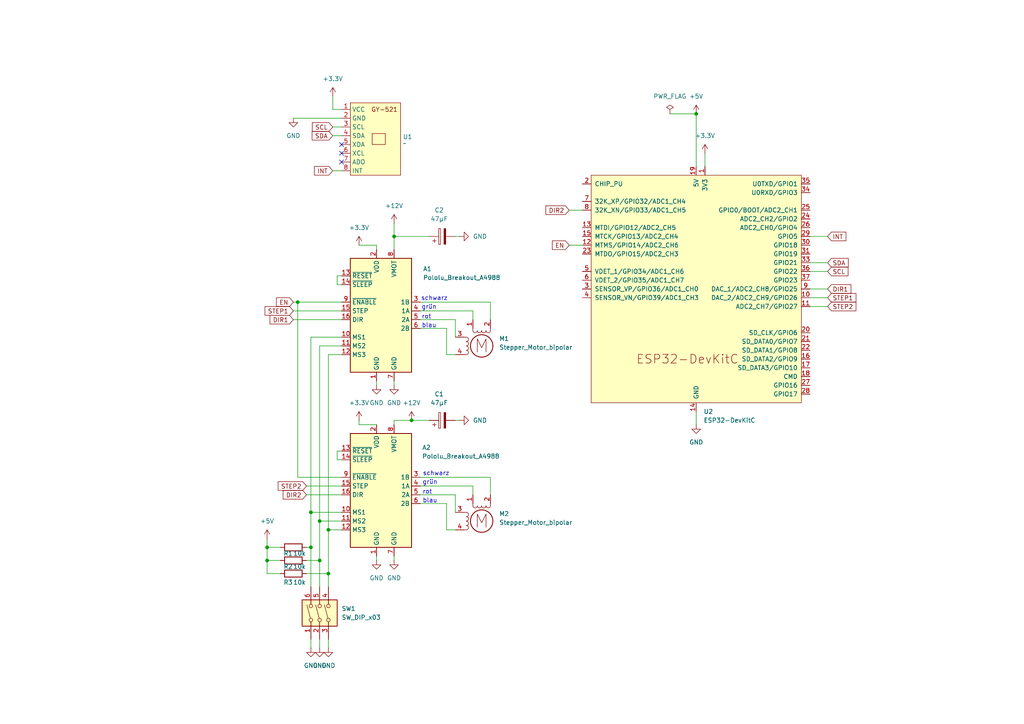
<source format=kicad_sch>
(kicad_sch (version 20250114) (generator "eeschema") (generator_version "9.0")
  (paper "A4")
  (lib_symbols
    (symbol "Device:C_Polarized" (pin_numbers (hide yes)) (pin_names (offset 0.254))
      (property "Reference" "C" (at 0.635 2.54 0))
      (property "Value" "C_Polarized" (at 0.635 -2.54 0))
      (symbol "C_Polarized_0_1"
        (rectangle (start -2.286 0.508) (end 2.286 1.016))
        (polyline (pts (xy -1.778 2.286) (xy -0.762 2.286)))
        (polyline (pts (xy -1.27 2.794) (xy -1.27 1.778)))
        (rectangle (start 2.286 -0.508) (end -2.286 -1.016) (fill (type outline)))
      )
      (symbol "C_Polarized_1_1"
        (pin passive line (at 0 3.81 270) (length 2.794) (name "~") (number "1"))
        (pin passive line (at 0 -3.81 90) (length 2.794) (name "~") (number "2"))
      )
    )
    (symbol "Device:R" (pin_numbers (hide yes)) (pin_names (offset 0))
      (property "Reference" "R" (at 2.032 0 90))
      (property "Value" "R" (at 0 0 90))
      (symbol "R_0_1"
        (rectangle (start -1.016 -2.54) (end 1.016 2.54) (stroke (width 0.254)))
      )
      (symbol "R_1_1"
        (pin passive line (at 0 3.81 270) (length 1.27) (name "~") (number "1"))
        (pin passive line (at 0 -3.81 90) (length 1.27) (name "~") (number "2"))
      )
    )
    (symbol "Driver_Motor:Pololu_Breakout_A4988"
      (property "Reference" "A" (at -2.54 19.05 0))
      (property "Value" "Pololu_Breakout_A4988" (at -2.54 16.51 0))
      (symbol "Pololu_Breakout_A4988_0_1"
        (rectangle (start 10.16 -17.78) (end -7.62 15.24) (stroke (width 0.254)) (fill (type background)))
      )
      (symbol "Pololu_Breakout_A4988_1_1"
        (pin input line (at -10.16 10.16 0) (length 2.54) (name "~{RESET}") (number "13"))
        (pin input line (at -10.16 7.62 0) (length 2.54) (name "~{SLEEP}") (number "14"))
        (pin input line (at -10.16 2.54 0) (length 2.54) (name "~{ENABLE}") (number "9"))
        (pin input line (at -10.16 0 0) (length 2.54) (name "STEP") (number "15"))
        (pin input line (at -10.16 -2.54 0) (length 2.54) (name "DIR") (number "16"))
        (pin input line (at -10.16 -7.62 0) (length 2.54) (name "MS1") (number "10"))
        (pin input line (at -10.16 -10.16 0) (length 2.54) (name "MS2") (number "11"))
        (pin input line (at -10.16 -12.7 0) (length 2.54) (name "MS3") (number "12"))
        (pin power_in line (at 0 17.78 270) (length 2.54) (name "VDD") (number "2"))
        (pin power_in line (at 0 -20.32 90) (length 2.54) (name "GND") (number "1"))
        (pin power_in line (at 5.08 17.78 270) (length 2.54) (name "VMOT") (number "8"))
        (pin power_in line (at 5.08 -20.32 90) (length 2.54) (name "GND") (number "7"))
        (pin output line (at 12.7 2.54 180) (length 2.54) (name "1B") (number "3"))
        (pin output line (at 12.7 0 180) (length 2.54) (name "1A") (number "4"))
        (pin output line (at 12.7 -2.54 180) (length 2.54) (name "2A") (number "5"))
        (pin output line (at 12.7 -5.08 180) (length 2.54) (name "2B") (number "6"))
      )
    )
    (symbol "Espressif:ESP32-DevKitC" (pin_names (offset 1.016))
      (property "Reference" "U" (at -30.48 38.1 0))
      (property "Value" "ESP32-DevKitC" (at -30.48 35.56 0))
      (symbol "ESP32-DevKitC_0_0"
        (text "ESP32-DevKitC" (at -2.54 -20.32 0) (effects (font (size 2.54 2.54))))
        (pin power_in line (at 0 35.56 270) (length 2.54) (name "5V") (number "19"))
        (pin power_in line (at 0 -35.56 90) (length 2.54) (name "GND") (number "14"))
      )
      (symbol "ESP32-DevKitC_0_1"
        (rectangle (start -30.48 33.02) (end 30.48 -33.02) (fill (type background)))
      )
      (symbol "ESP32-DevKitC_1_1"
        (pin input line (at -33.02 30.48 0) (length 2.54) (name "CHIP_PU") (number "2"))
        (pin bidirectional line (at -33.02 25.4 0) (length 2.54) (name "32K_XP/GPIO32/ADC1_CH4") (number "7"))
        (pin bidirectional line (at -33.02 22.86 0) (length 2.54) (name "32K_XN/GPIO33/ADC1_CH5") (number "8"))
        (pin bidirectional line (at -33.02 17.78 0) (length 2.54) (name "MTDI/GPIO12/ADC2_CH5") (number "13"))
        (pin bidirectional line (at -33.02 15.24 0) (length 2.54) (name "MTCK/GPIO13/ADC2_CH4") (number "15"))
        (pin bidirectional line (at -33.02 12.7 0) (length 2.54) (name "MTMS/GPIO14/ADC2_CH6") (number "12"))
        (pin bidirectional line (at -33.02 10.16 0) (length 2.54) (name "MTDO/GPIO15/ADC2_CH3") (number "23"))
        (pin input line (at -33.02 5.08 0) (length 2.54) (name "VDET_1/GPIO34/ADC1_CH6") (number "5"))
        (pin input line (at -33.02 2.54 0) (length 2.54) (name "VDET_2/GPIO35/ADC1_CH7") (number "6"))
        (pin input line (at -33.02 0 0) (length 2.54) (name "SENSOR_VP/GPIO36/ADC1_CH0") (number "3"))
        (pin input line (at -33.02 -2.54 0) (length 2.54) (name "SENSOR_VN/GPIO39/ADC1_CH3") (number "4"))
        (pin passive line (at 0 -35.56 90) (length 2.54) (hide yes) (name "GND") (number "32"))
        (pin passive line (at 0 -35.56 90) (length 2.54) (hide yes) (name "GND") (number "38"))
        (pin power_in line (at 2.54 35.56 270) (length 2.54) (name "3V3") (number "1"))
        (pin bidirectional line (at 33.02 30.48 180) (length 2.54) (name "U0TXD/GPIO1") (number "35"))
        (pin bidirectional line (at 33.02 27.94 180) (length 2.54) (name "U0RXD/GPIO3") (number "34"))
        (pin bidirectional line (at 33.02 22.86 180) (length 2.54) (name "GPIO0/BOOT/ADC2_CH1") (number "25"))
        (pin bidirectional line (at 33.02 20.32 180) (length 2.54) (name "ADC2_CH2/GPIO2") (number "24"))
        (pin bidirectional line (at 33.02 17.78 180) (length 2.54) (name "ADC2_CH0/GPIO4") (number "26"))
        (pin bidirectional line (at 33.02 15.24 180) (length 2.54) (name "GPIO5") (number "29"))
        (pin bidirectional line (at 33.02 12.7 180) (length 2.54) (name "GPIO18") (number "30"))
        (pin bidirectional line (at 33.02 10.16 180) (length 2.54) (name "GPIO19") (number "31"))
        (pin bidirectional line (at 33.02 7.62 180) (length 2.54) (name "GPIO21") (number "33"))
        (pin bidirectional line (at 33.02 5.08 180) (length 2.54) (name "GPIO22") (number "36"))
        (pin bidirectional line (at 33.02 2.54 180) (length 2.54) (name "GPIO23") (number "37"))
        (pin bidirectional line (at 33.02 0 180) (length 2.54) (name "DAC_1/ADC2_CH8/GPIO25") (number "9"))
        (pin bidirectional line (at 33.02 -2.54 180) (length 2.54) (name "DAC_2/ADC2_CH9/GPIO26") (number "10"))
        (pin bidirectional line (at 33.02 -5.08 180) (length 2.54) (name "ADC2_CH7/GPIO27") (number "11"))
        (pin bidirectional line (at 33.02 -12.7 180) (length 2.54) (name "SD_CLK/GPIO6") (number "20"))
        (pin bidirectional line (at 33.02 -15.24 180) (length 2.54) (name "SD_DATA0/GPIO7") (number "21"))
        (pin bidirectional line (at 33.02 -17.78 180) (length 2.54) (name "SD_DATA1/GPIO8") (number "22"))
        (pin bidirectional line (at 33.02 -20.32 180) (length 2.54) (name "SD_DATA2/GPIO9") (number "16"))
        (pin bidirectional line (at 33.02 -22.86 180) (length 2.54) (name "SD_DATA3/GPIO10") (number "17"))
        (pin bidirectional line (at 33.02 -25.4 180) (length 2.54) (name "CMD") (number "18"))
        (pin bidirectional line (at 33.02 -27.94 180) (length 2.54) (name "GPIO16") (number "27"))
        (pin bidirectional line (at 33.02 -30.48 180) (length 2.54) (name "GPIO17") (number "28"))
      )
    )
    (symbol "Motor:Stepper_Motor_bipolar" (pin_names (offset 0) (hide yes))
      (property "Reference" "M" (at 3.81 2.54 0))
      (property "Value" "Stepper_Motor_bipolar" (at 3.81 1.27 0))
      (symbol "Stepper_Motor_bipolar_0_0"
        (polyline (pts (xy -1.27 -1.778) (xy -1.27 2.032) (xy 0 -0.508) (xy 1.27 2.032) (xy 1.27 -1.778)))
      )
      (symbol "Stepper_Motor_bipolar_0_1"
        (polyline (pts (xy -5.08 2.54) (xy -4.445 2.54)))
        (polyline (pts (xy -5.08 -2.54) (xy -4.445 -2.54)))
        (arc (start -4.445 2.54) (mid -3.8127 1.905) (end -4.445 1.27))
        (arc (start -4.445 1.27) (mid -3.8127 0.635) (end -4.445 0))
        (arc (start -4.445 0) (mid -3.8127 -0.635) (end -4.445 -1.27))
        (arc (start -4.445 -1.27) (mid -3.8127 -1.905) (end -4.445 -2.54))
        (polyline (pts (xy -2.54 5.08) (xy -2.54 4.445)))
        (arc (start -1.27 4.445) (mid -1.905 3.8127) (end -2.54 4.445))
        (arc (start 0 4.445) (mid -0.635 3.8127) (end -1.27 4.445))
        (circle (center 0 0) (radius 3.2512) (stroke (width 0.254)))
        (arc (start 1.27 4.445) (mid 0.635 3.8127) (end 0 4.445))
        (arc (start 2.54 4.445) (mid 1.905 3.8127) (end 1.27 4.445))
        (polyline (pts (xy 2.54 5.08) (xy 2.54 4.445)))
      )
      (symbol "Stepper_Motor_bipolar_1_1"
        (pin passive line (at -7.62 2.54 0) (length 2.54) (name "~") (number "3"))
        (pin passive line (at -7.62 -2.54 0) (length 2.54) (name "~") (number "4"))
        (pin passive line (at -2.54 7.62 270) (length 2.54) (name "~") (number "1"))
        (pin passive line (at 2.54 7.62 270) (length 2.54) (name "-") (number "2"))
      )
    )
    (symbol "New_Library:GY-521"
      (property "Reference" "U" (at 0 12.954 0))
      (symbol "GY-521_1_1"
        (rectangle (start -7.62 10.795) (end 6.985 -10.16) (fill (type background)))
        (rectangle (start -1.27 1.905) (end 2.54 -1.27))
        (text "GY-521" (at 2.286 8.89 0) (effects (font (size 1.27 1.27))))
        (pin input line (at -10.16 8.89 0) (length 2.54) (name "VCC") (number "1"))
        (pin input line (at -10.16 6.35 0) (length 2.54) (name "GND") (number "2"))
        (pin input line (at -10.16 3.81 0) (length 2.54) (name "SCL") (number "3"))
        (pin input line (at -10.16 1.27 0) (length 2.54) (name "SDA") (number "4"))
        (pin input line (at -10.16 -1.27 0) (length 2.54) (name "XDA") (number "5"))
        (pin input line (at -10.16 -3.81 0) (length 2.54) (name "XCL") (number "6"))
        (pin input line (at -10.16 -6.35 0) (length 2.54) (name "ADO") (number "7"))
        (pin input line (at -10.16 -8.89 0) (length 2.54) (name "INT") (number "8"))
      )
    )
    (symbol "Switch:SW_DIP_x03" (pin_names (offset 0) (hide yes))
      (property "Reference" "SW" (at 0 6.35 0))
      (property "Value" "SW_DIP_x03" (at 0 -6.35 0))
      (symbol "SW_DIP_x03_0_0"
        (circle (center -2.032 2.54) (radius 0.508))
        (circle (center -2.032 0) (radius 0.508))
        (circle (center -2.032 -2.54) (radius 0.508))
        (polyline (pts (xy -1.524 2.667) (xy 2.3622 3.7084)))
        (polyline (pts (xy -1.524 0.127) (xy 2.3622 1.1684)))
        (polyline (pts (xy -1.524 -2.413) (xy 2.3622 -1.3716)))
        (circle (center 2.032 2.54) (radius 0.508))
        (circle (center 2.032 0) (radius 0.508))
        (circle (center 2.032 -2.54) (radius 0.508))
      )
      (symbol "SW_DIP_x03_0_1"
        (rectangle (start -3.81 5.08) (end 3.81 -5.08) (stroke (width 0.254)) (fill (type background)))
      )
      (symbol "SW_DIP_x03_1_1"
        (pin passive line (at -7.62 2.54 0) (length 5.08) (name "~") (number "1"))
        (pin passive line (at -7.62 0 0) (length 5.08) (name "~") (number "2"))
        (pin passive line (at -7.62 -2.54 0) (length 5.08) (name "~") (number "3"))
        (pin passive line (at 7.62 2.54 180) (length 5.08) (name "~") (number "6"))
        (pin passive line (at 7.62 0 180) (length 5.08) (name "~") (number "5"))
        (pin passive line (at 7.62 -2.54 180) (length 5.08) (name "~") (number "4"))
      )
    )
    (symbol "power:+12V" (power) (pin_numbers (hide yes)) (pin_names (offset 0) (hide yes))
      (property "Value" "+12V" (at 0 3.556 0))
      (symbol "+12V_0_1"
        (polyline (pts (xy -0.762 1.27) (xy 0 2.54)))
        (polyline (pts (xy 0 2.54) (xy 0.762 1.27)))
        (polyline (pts (xy 0 0) (xy 0 2.54)))
      )
      (symbol "+12V_1_1"
        (pin power_in line (at 0 0 90) (length 0) (name "~") (number "1"))
      )
    )
    (symbol "power:+3.3V" (power) (pin_numbers (hide yes)) (pin_names (offset 0) (hide yes))
      (property "Value" "+3.3V" (at 0 3.556 0))
      (symbol "+3.3V_0_1"
        (polyline (pts (xy -0.762 1.27) (xy 0 2.54)))
        (polyline (pts (xy 0 2.54) (xy 0.762 1.27)))
        (polyline (pts (xy 0 0) (xy 0 2.54)))
      )
      (symbol "+3.3V_1_1"
        (pin power_in line (at 0 0 90) (length 0) (name "~") (number "1"))
      )
    )
    (symbol "power:+5V" (power) (pin_numbers (hide yes)) (pin_names (offset 0) (hide yes))
      (property "Value" "+5V" (at 0 3.556 0))
      (symbol "+5V_0_1"
        (polyline (pts (xy -0.762 1.27) (xy 0 2.54)))
        (polyline (pts (xy 0 2.54) (xy 0.762 1.27)))
        (polyline (pts (xy 0 0) (xy 0 2.54)))
      )
      (symbol "+5V_1_1"
        (pin power_in line (at 0 0 90) (length 0) (name "~") (number "1"))
      )
    )
    (symbol "power:GND" (power) (pin_numbers (hide yes)) (pin_names (offset 0) (hide yes))
      (property "Value" "GND" (at 0 -3.81 0))
      (symbol "GND_0_1"
        (polyline (pts (xy 0 0) (xy 0 -1.27) (xy 1.27 -1.27) (xy 0 -2.54) (xy -1.27 -1.27) (xy 0 -1.27)))
      )
      (symbol "GND_1_1"
        (pin power_in line (at 0 0 270) (length 0) (name "~") (number "1"))
      )
    )
    (symbol "power:PWR_FLAG" (power) (pin_numbers (hide yes)) (pin_names (offset 0) (hide yes))
      (property "Value" "PWR_FLAG" (at 0 3.81 0))
      (symbol "PWR_FLAG_0_0"
        (pin power_out line (at 0 0 90) (length 0) (name "~") (number "1"))
      )
      (symbol "PWR_FLAG_0_1"
        (polyline (pts (xy 0 0) (xy 0 1.27) (xy -1.016 1.905) (xy 0 2.54) (xy 1.016 1.905) (xy 0 1.27)))
      )
    )
  )
  (text "schwarz" (at 125.984 86.614 0) (effects (font (size 1.27 1.27))))
  (text "blau" (at 124.46 94.488 0) (effects (font (size 1.27 1.27))))
  (text "blau" (at 124.714 145.288 0) (effects (font (size 1.27 1.27))))
  (text "rot" (at 123.698 91.948 0) (effects (font (size 1.27 1.27))))
  (text "rot" (at 123.952 142.748 0) (effects (font (size 1.27 1.27))))
  (text "schwarz" (at 126.492 137.414 0) (effects (font (size 1.27 1.27))))
  (text "grün" (at 124.714 139.954 0) (effects (font (size 1.27 1.27))))
  (text "grün" (at 124.46 89.154 0) (effects (font (size 1.27 1.27))))
  (junction (at 119.38 121.92))
  (junction (at 201.93 33.02))
  (junction (at 90.17 148.59))
  (junction (at 77.47 162.56))
  (junction (at 86.36 87.63))
  (junction (at 95.25 166.37))
  (junction (at 77.47 158.75))
  (junction (at 92.71 151.13))
  (junction (at 92.71 162.56))
  (junction (at 95.25 153.67))
  (junction (at 114.3 68.58))
  (junction (at 90.17 158.75))
  (no_connect (at 99.06 44.45))
  (no_connect (at 99.06 46.99))
  (no_connect (at 99.06 41.91))
  (wire (pts (xy 77.47 162.56) (xy 77.47 166.37)))
  (wire (pts (xy 99.06 80.01) (xy 97.79 80.01)))
  (wire (pts (xy 86.36 87.63) (xy 99.06 87.63)))
  (wire (pts (xy 234.95 83.82) (xy 240.03 83.82)))
  (wire (pts (xy 142.24 87.63) (xy 142.24 92.71)))
  (wire (pts (xy 86.36 87.63) (xy 86.36 138.43)))
  (wire (pts (xy 234.95 88.9) (xy 240.03 88.9)))
  (wire (pts (xy 234.95 68.58) (xy 240.03 68.58)))
  (wire (pts (xy 92.71 151.13) (xy 99.06 151.13)))
  (wire (pts (xy 121.92 92.71) (xy 132.08 92.71)))
  (wire (pts (xy 77.47 162.56) (xy 81.28 162.56)))
  (wire (pts (xy 95.25 102.87) (xy 95.25 153.67)))
  (wire (pts (xy 129.54 153.67) (xy 132.08 153.67)))
  (wire (pts (xy 90.17 97.79) (xy 90.17 148.59)))
  (wire (pts (xy 114.3 64.77) (xy 114.3 68.58)))
  (wire (pts (xy 92.71 185.42) (xy 92.71 187.96)))
  (wire (pts (xy 97.79 133.35) (xy 99.06 133.35)))
  (wire (pts (xy 142.24 138.43) (xy 142.24 143.51)))
  (wire (pts (xy 92.71 151.13) (xy 92.71 162.56)))
  (wire (pts (xy 204.47 44.45) (xy 204.47 48.26)))
  (wire (pts (xy 96.52 31.75) (xy 99.06 31.75)))
  (wire (pts (xy 85.09 87.63) (xy 86.36 87.63)))
  (wire (pts (xy 85.09 90.17) (xy 99.06 90.17)))
  (wire (pts (xy 121.92 95.25) (xy 129.54 95.25)))
  (wire (pts (xy 132.08 121.92) (xy 133.35 121.92)))
  (wire (pts (xy 234.95 78.74) (xy 240.03 78.74)))
  (wire (pts (xy 92.71 162.56) (xy 92.71 170.18)))
  (wire (pts (xy 99.06 130.81) (xy 97.79 130.81)))
  (wire (pts (xy 104.14 123.19) (xy 109.22 123.19)))
  (wire (pts (xy 97.79 80.01) (xy 97.79 82.55)))
  (wire (pts (xy 119.38 121.92) (xy 124.46 121.92)))
  (wire (pts (xy 129.54 95.25) (xy 129.54 102.87)))
  (wire (pts (xy 90.17 185.42) (xy 90.17 187.96)))
  (wire (pts (xy 77.47 158.75) (xy 81.28 158.75)))
  (wire (pts (xy 88.9 143.51) (xy 99.06 143.51)))
  (wire (pts (xy 95.25 153.67) (xy 99.06 153.67)))
  (wire (pts (xy 132.08 92.71) (xy 132.08 97.79)))
  (wire (pts (xy 95.25 185.42) (xy 95.25 187.96)))
  (wire (pts (xy 104.14 121.92) (xy 104.14 123.19)))
  (wire (pts (xy 109.22 161.29) (xy 109.22 162.56)))
  (wire (pts (xy 121.92 138.43) (xy 142.24 138.43)))
  (wire (pts (xy 90.17 158.75) (xy 88.9 158.75)))
  (wire (pts (xy 90.17 148.59) (xy 90.17 158.75)))
  (wire (pts (xy 85.09 92.71) (xy 99.06 92.71)))
  (wire (pts (xy 95.25 166.37) (xy 95.25 170.18)))
  (wire (pts (xy 77.47 156.21) (xy 77.47 158.75)))
  (wire (pts (xy 121.92 143.51) (xy 132.08 143.51)))
  (wire (pts (xy 99.06 102.87) (xy 95.25 102.87)))
  (wire (pts (xy 137.16 140.97) (xy 137.16 143.51)))
  (wire (pts (xy 234.95 76.2) (xy 240.03 76.2)))
  (wire (pts (xy 109.22 71.12) (xy 109.22 72.39)))
  (wire (pts (xy 129.54 146.05) (xy 129.54 153.67)))
  (wire (pts (xy 119.38 121.92) (xy 114.3 121.92)))
  (wire (pts (xy 121.92 140.97) (xy 137.16 140.97)))
  (wire (pts (xy 77.47 158.75) (xy 77.47 162.56)))
  (wire (pts (xy 121.92 90.17) (xy 137.16 90.17)))
  (wire (pts (xy 114.3 110.49) (xy 114.3 111.76)))
  (wire (pts (xy 96.52 27.94) (xy 96.52 31.75)))
  (wire (pts (xy 114.3 68.58) (xy 114.3 72.39)))
  (wire (pts (xy 194.31 33.02) (xy 201.93 33.02)))
  (wire (pts (xy 85.09 34.29) (xy 99.06 34.29)))
  (wire (pts (xy 77.47 166.37) (xy 81.28 166.37)))
  (wire (pts (xy 104.14 71.12) (xy 109.22 71.12)))
  (wire (pts (xy 97.79 130.81) (xy 97.79 133.35)))
  (wire (pts (xy 109.22 110.49) (xy 109.22 111.76)))
  (wire (pts (xy 86.36 138.43) (xy 99.06 138.43)))
  (wire (pts (xy 97.79 82.55) (xy 99.06 82.55)))
  (wire (pts (xy 129.54 102.87) (xy 132.08 102.87)))
  (wire (pts (xy 95.25 166.37) (xy 88.9 166.37)))
  (wire (pts (xy 201.93 33.02) (xy 201.93 48.26)))
  (wire (pts (xy 201.93 119.38) (xy 201.93 123.19)))
  (wire (pts (xy 165.1 71.12) (xy 168.91 71.12)))
  (wire (pts (xy 132.08 143.51) (xy 132.08 148.59)))
  (wire (pts (xy 96.52 49.53) (xy 99.06 49.53)))
  (wire (pts (xy 95.25 153.67) (xy 95.25 166.37)))
  (wire (pts (xy 121.92 87.63) (xy 142.24 87.63)))
  (wire (pts (xy 90.17 148.59) (xy 99.06 148.59)))
  (wire (pts (xy 114.3 161.29) (xy 114.3 162.56)))
  (wire (pts (xy 92.71 100.33) (xy 92.71 151.13)))
  (wire (pts (xy 165.1 60.96) (xy 168.91 60.96)))
  (wire (pts (xy 137.16 90.17) (xy 137.16 92.71)))
  (wire (pts (xy 88.9 140.97) (xy 99.06 140.97)))
  (wire (pts (xy 121.92 146.05) (xy 129.54 146.05)))
  (wire (pts (xy 132.08 68.58) (xy 133.35 68.58)))
  (wire (pts (xy 114.3 68.58) (xy 124.46 68.58)))
  (wire (pts (xy 96.52 36.83) (xy 99.06 36.83)))
  (wire (pts (xy 96.52 39.37) (xy 99.06 39.37)))
  (wire (pts (xy 114.3 121.92) (xy 114.3 123.19)))
  (wire (pts (xy 234.95 86.36) (xy 240.03 86.36)))
  (wire (pts (xy 99.06 97.79) (xy 90.17 97.79)))
  (wire (pts (xy 99.06 100.33) (xy 92.71 100.33)))
  (wire (pts (xy 90.17 158.75) (xy 90.17 170.18)))
  (wire (pts (xy 92.71 162.56) (xy 88.9 162.56)))
  (global_label "EN" (shape input) (at 85.09 87.63 180) (property "Intersheetrefs" "${INTERSHEET_REFS}" (effects (hide yes))))
  (global_label "DIR2" (shape input) (at 165.1 60.96 180) (property "Intersheetrefs" "${INTERSHEET_REFS}" (effects (hide yes))))
  (global_label "INT" (shape input) (at 96.52 49.53 180) (property "Intersheetrefs" "${INTERSHEET_REFS}" (effects (hide yes))))
  (global_label "SCL" (shape input) (at 96.52 36.83 180) (property "Intersheetrefs" "${INTERSHEET_REFS}" (effects (hide yes))))
  (global_label "STEP1" (shape input) (at 85.09 90.17 180) (property "Intersheetrefs" "${INTERSHEET_REFS}" (effects (hide yes))))
  (global_label "INT" (shape input) (at 240.03 68.58 0) (property "Intersheetrefs" "${INTERSHEET_REFS}" (effects (hide yes))))
  (global_label "STEP1" (shape input) (at 240.03 86.36 0) (property "Intersheetrefs" "${INTERSHEET_REFS}" (effects (hide yes))))
  (global_label "STEP2" (shape input) (at 88.9 140.97 180) (property "Intersheetrefs" "${INTERSHEET_REFS}" (effects (hide yes))))
  (global_label "DIR1" (shape input) (at 240.03 83.82 0) (property "Intersheetrefs" "${INTERSHEET_REFS}" (effects (hide yes))))
  (global_label "DIR1" (shape input) (at 85.09 92.71 180) (property "Intersheetrefs" "${INTERSHEET_REFS}" (effects (hide yes))))
  (global_label "EN" (shape input) (at 165.1 71.12 180) (property "Intersheetrefs" "${INTERSHEET_REFS}" (effects (hide yes))))
  (global_label "DIR2" (shape input) (at 88.9 143.51 180) (property "Intersheetrefs" "${INTERSHEET_REFS}" (effects (hide yes))))
  (global_label "SCL" (shape input) (at 240.03 78.74 0) (property "Intersheetrefs" "${INTERSHEET_REFS}" (effects (hide yes))))
  (global_label "STEP2" (shape input) (at 240.03 88.9 0) (property "Intersheetrefs" "${INTERSHEET_REFS}" (effects (hide yes))))
  (global_label "SDA" (shape input) (at 96.52 39.37 180) (property "Intersheetrefs" "${INTERSHEET_REFS}" (effects (hide yes))))
  (global_label "SDA" (shape input) (at 240.03 76.2 0) (property "Intersheetrefs" "${INTERSHEET_REFS}" (effects (hide yes))))
  (symbol (lib_id "Motor:Stepper_Motor_bipolar") (at 139.7 100.33 0) (unit 1)
    (property "Reference" "M1" (at 144.78 98.209 0) (effects (justify left)))
    (property "Value" "Stepper_Motor_bipolar" (at 144.78 100.749 0) (effects (justify left)))
    (property "Datasheet" "http://www.infineon.com/dgdl/Application-Note-TLE8110EE_driving_UniPolarStepperMotor_V1.1.pdf?fileId=db3a30431be39b97011be5d0aa0a00b0" (effects (hide yes)))
    (property "Description" "4-wire bipolar stepper motor" (effects (hide yes)))
  )
  (symbol (lib_id "power:GND") (at 114.3 111.76 0) (unit 1)
    (property "Reference" "#PWR010" (effects (hide yes)))
    (property "Value" "GND" (at 114.3 116.84 0))
    (property "Description" "Power symbol creates a global label with name \"GND\" , ground" (effects (hide yes)))
  )
  (symbol (lib_id "Device:R") (at 85.09 158.75 90) (unit 1)
    (property "Reference" "R1" (at 83.566 160.528 90))
    (property "Value" "10k" (at 86.868 160.528 90))
    (property "Description" "Resistor" (effects (hide yes)))
  )
  (symbol (lib_id "Motor:Stepper_Motor_bipolar") (at 139.7 151.13 0) (unit 1)
    (property "Reference" "M2" (at 144.78 149.009 0) (effects (justify left)))
    (property "Value" "Stepper_Motor_bipolar" (at 144.78 151.549 0) (effects (justify left)))
    (property "Datasheet" "http://www.infineon.com/dgdl/Application-Note-TLE8110EE_driving_UniPolarStepperMotor_V1.1.pdf?fileId=db3a30431be39b97011be5d0aa0a00b0" (effects (hide yes)))
    (property "Description" "4-wire bipolar stepper motor" (effects (hide yes)))
  )
  (symbol (lib_id "New_Library:GY-521") (at 109.22 40.64 0) (unit 1)
    (property "Reference" "U1" (at 116.84 39.6874 0) (effects (justify left)))
    (property "Value" "~" (at 116.84 41.5925 0) (effects (justify left)))
  )
  (symbol (lib_id "Device:R") (at 85.09 166.37 90) (unit 1)
    (property "Reference" "R3" (at 83.566 168.91 90))
    (property "Value" "10k" (at 86.868 168.91 90))
    (property "Description" "Resistor" (effects (hide yes)))
  )
  (symbol (lib_id "Switch:SW_DIP_x03") (at 92.71 177.8 90) (unit 1)
    (property "Reference" "SW1" (at 99.06 176.5299 90) (effects (justify right)))
    (property "Value" "SW_DIP_x03" (at 99.06 179.0699 90) (effects (justify right)))
    (property "Description" "3x DIP Switch, Single Pole Single Throw (SPST) switch, small symbol" (effects (hide yes)))
  )
  (symbol (lib_id "power:GND") (at 85.09 34.29 0) (unit 1)
    (property "Reference" "#PWR04" (effects (hide yes)))
    (property "Value" "GND" (at 85.09 39.37 0))
    (property "Description" "Power symbol creates a global label with name \"GND\" , ground" (effects (hide yes)))
  )
  (symbol (lib_id "power:GND") (at 109.22 111.76 0) (unit 1)
    (property "Reference" "#PWR09" (effects (hide yes)))
    (property "Value" "GND" (at 109.22 116.84 0))
    (property "Description" "Power symbol creates a global label with name \"GND\" , ground" (effects (hide yes)))
  )
  (symbol (lib_id "Device:C_Polarized") (at 128.27 121.92 90) (unit 1)
    (property "Reference" "C1" (at 127.381 114.3 90))
    (property "Value" "47µF" (at 127.381 116.84 90))
    (property "Description" "Polarized capacitor" (effects (hide yes)))
  )
  (symbol (lib_id "power:PWR_FLAG") (at 194.31 33.02 0) (unit 1)
    (property "Reference" "#FLG01" (effects (hide yes)))
    (property "Value" "PWR_FLAG" (at 194.31 27.94 0))
    (property "Description" "Special symbol for telling ERC where power comes from" (effects (hide yes)))
  )
  (symbol (lib_id "power:GND") (at 114.3 162.56 0) (unit 1)
    (property "Reference" "#PWR012" (effects (hide yes)))
    (property "Value" "GND" (at 114.3 167.64 0))
    (property "Description" "Power symbol creates a global label with name \"GND\" , ground" (effects (hide yes)))
  )
  (symbol (lib_id "power:+3.3V") (at 204.47 44.45 0) (unit 1)
    (property "Reference" "#PWR01" (effects (hide yes)))
    (property "Value" "+3.3V" (at 204.47 39.37 0))
    (property "Description" "Power symbol creates a global label with name \"+3.3V\"" (effects (hide yes)))
  )
  (symbol (lib_id "Device:R") (at 85.09 162.56 90) (unit 1)
    (property "Reference" "R2" (at 83.566 164.338 90))
    (property "Value" "10k" (at 86.868 164.338 90))
    (property "Description" "Resistor" (effects (hide yes)))
  )
  (symbol (lib_id "power:GND") (at 109.22 162.56 0) (unit 1)
    (property "Reference" "#PWR011" (effects (hide yes)))
    (property "Value" "GND" (at 109.22 167.64 0))
    (property "Description" "Power symbol creates a global label with name \"GND\" , ground" (effects (hide yes)))
  )
  (symbol (lib_id "power:+3.3V") (at 96.52 27.94 0) (unit 1)
    (property "Reference" "#PWR02" (effects (hide yes)))
    (property "Value" "+3.3V" (at 96.52 22.86 0))
    (property "Description" "Power symbol creates a global label with name \"+3.3V\"" (effects (hide yes)))
  )
  (symbol (lib_id "power:+3.3V") (at 104.14 121.92 0) (unit 1)
    (property "Reference" "#PWR08" (effects (hide yes)))
    (property "Value" "+3.3V" (at 104.14 116.84 0))
    (property "Description" "Power symbol creates a global label with name \"+3.3V\"" (effects (hide yes)))
  )
  (symbol (lib_id "Driver_Motor:Pololu_Breakout_A4988") (at 109.22 90.17 0) (unit 1)
    (property "Reference" "A1" (at 122.682 77.978 0) (effects (justify left)))
    (property "Value" "Pololu_Breakout_A4988" (at 122.682 80.518 0) (effects (justify left)))
    (property "Footprint" "Module:Pololu_Breakout-16_15.2x20.3mm" (effects (hide yes)))
    (property "Datasheet" "https://www.pololu.com/product/2980/pictures" (effects (hide yes)))
    (property "Description" "Pololu Breakout Board, Stepper Driver A4988" (effects (hide yes)))
  )
  (symbol (lib_id "power:+12V") (at 114.3 64.77 0) (unit 1)
    (property "Reference" "#PWR014" (effects (hide yes)))
    (property "Value" "+12V" (at 114.3 59.69 0))
    (property "Description" "Power symbol creates a global label with name \"+12V\"" (effects (hide yes)))
  )
  (symbol (lib_id "power:GND") (at 201.93 123.19 0) (unit 1)
    (property "Reference" "#PWR03" (effects (hide yes)))
    (property "Value" "GND" (at 201.93 128.27 0))
    (property "Description" "Power symbol creates a global label with name \"GND\" , ground" (effects (hide yes)))
  )
  (symbol (lib_id "power:GND") (at 92.71 187.96 0) (unit 1)
    (property "Reference" "#PWR018" (effects (hide yes)))
    (property "Value" "GND" (at 92.71 193.04 0))
    (property "Description" "Power symbol creates a global label with name \"GND\" , ground" (effects (hide yes)))
  )
  (symbol (lib_id "power:GND") (at 95.25 187.96 0) (unit 1)
    (property "Reference" "#PWR017" (effects (hide yes)))
    (property "Value" "GND" (at 95.25 193.04 0))
    (property "Description" "Power symbol creates a global label with name \"GND\" , ground" (effects (hide yes)))
  )
  (symbol (lib_id "power:+3.3V") (at 104.14 71.12 0) (unit 1)
    (property "Reference" "#PWR07" (effects (hide yes)))
    (property "Value" "+3.3V" (at 104.14 66.04 0))
    (property "Description" "Power symbol creates a global label with name \"+3.3V\"" (effects (hide yes)))
  )
  (symbol (lib_id "power:GND") (at 90.17 187.96 0) (unit 1)
    (property "Reference" "#PWR019" (effects (hide yes)))
    (property "Value" "GND" (at 90.17 193.04 0))
    (property "Description" "Power symbol creates a global label with name \"GND\" , ground" (effects (hide yes)))
  )
  (symbol (lib_id "power:GND") (at 133.35 121.92 90) (unit 1)
    (property "Reference" "#PWR016" (effects (hide yes)))
    (property "Value" "GND" (at 137.16 121.9199 90) (effects (justify right)))
    (property "Description" "Power symbol creates a global label with name \"GND\" , ground" (effects (hide yes)))
  )
  (symbol (lib_id "Driver_Motor:Pololu_Breakout_A4988") (at 109.22 140.97 0) (unit 1)
    (property "Reference" "A2" (at 122.428 129.794 0) (effects (justify left)))
    (property "Value" "Pololu_Breakout_A4988" (at 122.428 132.334 0) (effects (justify left)))
    (property "Footprint" "Module:Pololu_Breakout-16_15.2x20.3mm" (effects (hide yes)))
    (property "Datasheet" "https://www.pololu.com/product/2980/pictures" (effects (hide yes)))
    (property "Description" "Pololu Breakout Board, Stepper Driver A4988" (effects (hide yes)))
  )
  (symbol (lib_id "power:+5V") (at 201.93 33.02 0) (unit 1)
    (property "Reference" "#PWR05" (effects (hide yes)))
    (property "Value" "+5V" (at 201.93 27.94 0))
    (property "Description" "Power symbol creates a global label with name \"+5V\"" (effects (hide yes)))
  )
  (symbol (lib_id "Device:C_Polarized") (at 128.27 68.58 90) (unit 1)
    (property "Reference" "C2" (at 127.381 60.96 90))
    (property "Value" "47µF" (at 127.381 63.5 90))
    (property "Description" "Polarized capacitor" (effects (hide yes)))
  )
  (symbol (lib_id "power:+5V") (at 77.47 156.21 0) (unit 1)
    (property "Reference" "#PWR06" (effects (hide yes)))
    (property "Value" "+5V" (at 77.47 151.13 0))
    (property "Description" "Power symbol creates a global label with name \"+5V\"" (effects (hide yes)))
  )
  (symbol (lib_id "power:GND") (at 133.35 68.58 90) (unit 1)
    (property "Reference" "#PWR015" (effects (hide yes)))
    (property "Value" "GND" (at 137.16 68.5799 90) (effects (justify right)))
    (property "Description" "Power symbol creates a global label with name \"GND\" , ground" (effects (hide yes)))
  )
  (symbol (lib_id "Espressif:ESP32-DevKitC") (at 201.93 83.82 0) (unit 1)
    (property "Reference" "U2" (at 204.0733 119.38 0) (effects (justify left)))
    (property "Value" "ESP32-DevKitC" (at 204.0733 121.92 0) (effects (justify left)))
    (property "Footprint" "PCM_Espressif:ESP32-DevKitC" (effects (hide yes)))
    (property "Datasheet" "https://docs.espressif.com/projects/esp-idf/zh_CN/latest/esp32/hw-reference/esp32/get-started-devkitc.html" (effects (hide yes)))
    (property "Description" "Development Kit" (effects (hide yes)))
  )
  (symbol (lib_id "power:+12V") (at 119.38 121.92 0) (unit 1)
    (property "Reference" "#PWR013" (effects (hide yes)))
    (property "Value" "+12V" (at 119.38 116.84 0))
    (property "Description" "Power symbol creates a global label with name \"+12V\"" (effects (hide yes)))
  )
)
</source>
